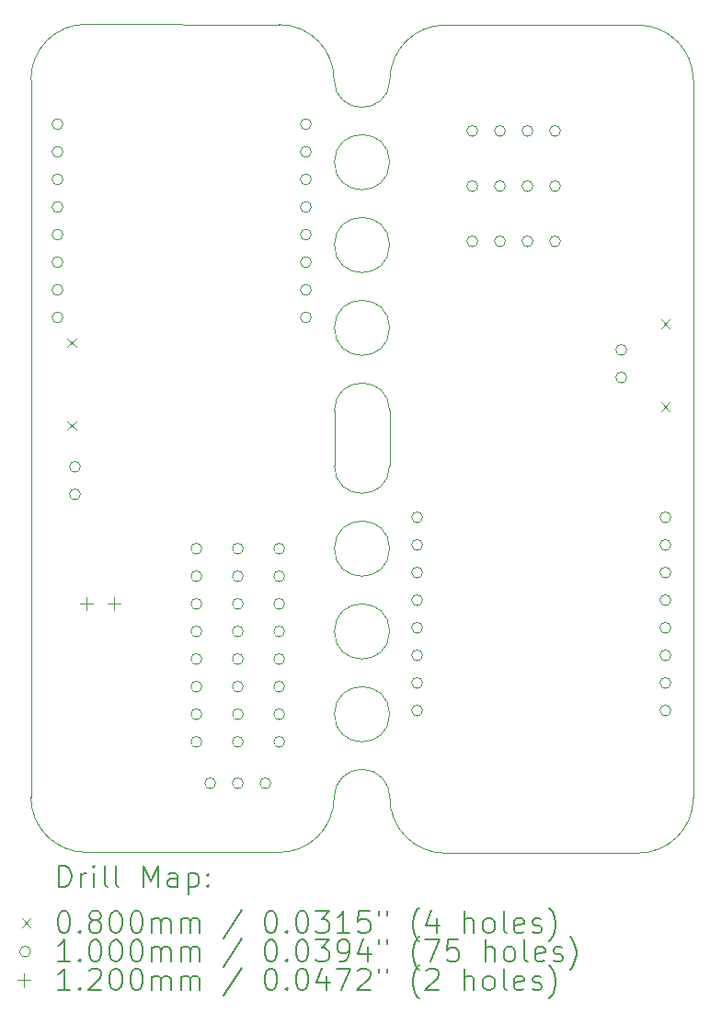
<source format=gbr>
%TF.GenerationSoftware,KiCad,Pcbnew,8.0.5*%
%TF.CreationDate,2024-11-16T12:50:35+01:00*%
%TF.ProjectId,esp8266-expansion-board,65737038-3236-4362-9d65-7870616e7369,rev?*%
%TF.SameCoordinates,Original*%
%TF.FileFunction,Drillmap*%
%TF.FilePolarity,Positive*%
%FSLAX45Y45*%
G04 Gerber Fmt 4.5, Leading zero omitted, Abs format (unit mm)*
G04 Created by KiCad (PCBNEW 8.0.5) date 2024-11-16 12:50:35*
%MOMM*%
%LPD*%
G01*
G04 APERTURE LIST*
%ADD10C,0.050000*%
%ADD11C,0.200000*%
%ADD12C,0.100000*%
%ADD13C,0.120000*%
G04 APERTURE END LIST*
D10*
X5842000Y-3810000D02*
G75*
G02*
X5334000Y-3810000I-254000J0D01*
G01*
X5334000Y-3810000D02*
G75*
G02*
X5842000Y-3810000I254000J0D01*
G01*
X5842000Y-4572000D02*
G75*
G02*
X5334000Y-4572000I-254000J0D01*
G01*
X5334000Y-4572000D02*
G75*
G02*
X5842000Y-4572000I254000J0D01*
G01*
X5842000Y-5334000D02*
G75*
G02*
X5334000Y-5334000I-254000J0D01*
G01*
X5334000Y-5334000D02*
G75*
G02*
X5842000Y-5334000I254000J0D01*
G01*
X5331421Y-9655601D02*
G75*
G02*
X4825928Y-10161058I-505493J36D01*
G01*
X6352482Y-10167929D02*
G75*
G02*
X5844481Y-9659929I-2J507999D01*
G01*
X4825928Y-2543565D02*
G75*
G02*
X5330422Y-3051593I72J-504435D01*
G01*
X5844482Y-3055929D02*
G75*
G02*
X6352482Y-2547932I507998J-1D01*
G01*
X5331421Y-9655601D02*
G75*
G02*
X5844482Y-9659929I256579J3601D01*
G01*
X8130482Y-10167929D02*
X6352482Y-10167929D01*
X3047927Y-2539915D02*
X4825928Y-2543565D01*
X8130482Y-2547929D02*
G75*
G02*
X8638481Y-3055929I-2J-508001D01*
G01*
X8638482Y-9659929D02*
G75*
G02*
X8130482Y-10167932I-508002J-1D01*
G01*
X8638481Y-3055929D02*
X8638482Y-9659929D01*
X6352482Y-2547929D02*
X8130482Y-2547929D01*
X5334000Y-6096000D02*
G75*
G02*
X5842000Y-6096000I254000J0D01*
G01*
X5842000Y-6604000D02*
G75*
G02*
X5334000Y-6604000I-254000J0D01*
G01*
X5842000Y-8128000D02*
G75*
G02*
X5334000Y-8128000I-254000J0D01*
G01*
X5334000Y-8128000D02*
G75*
G02*
X5842000Y-8128000I254000J0D01*
G01*
X5842000Y-6096000D02*
X5842000Y-6604000D01*
X5844482Y-3055929D02*
G75*
G02*
X5331421Y-3051601I-256482J7929D01*
G01*
X2539928Y-3051565D02*
G75*
G02*
X3047927Y-2539915I508072J3565D01*
G01*
X2539928Y-9655565D02*
X2539928Y-3051565D01*
X5842000Y-7366000D02*
G75*
G02*
X5334000Y-7366000I-254000J0D01*
G01*
X5334000Y-7366000D02*
G75*
G02*
X5842000Y-7366000I254000J0D01*
G01*
X5842000Y-8890000D02*
G75*
G02*
X5334000Y-8890000I-254000J0D01*
G01*
X5334000Y-8890000D02*
G75*
G02*
X5842000Y-8890000I254000J0D01*
G01*
X5334000Y-6096000D02*
X5334000Y-6604000D01*
X4825928Y-10161059D02*
X3048000Y-10160000D01*
X3048000Y-10160085D02*
G75*
G02*
X2539928Y-9655565I0J508085D01*
G01*
D11*
D12*
X2877808Y-5433019D02*
X2957808Y-5513019D01*
X2957808Y-5433019D02*
X2877808Y-5513019D01*
X2877808Y-6195019D02*
X2957808Y-6275019D01*
X2957808Y-6195019D02*
X2877808Y-6275019D01*
X8342000Y-5259319D02*
X8422000Y-5339319D01*
X8422000Y-5259319D02*
X8342000Y-5339319D01*
X8342000Y-6021319D02*
X8422000Y-6101319D01*
X8422000Y-6021319D02*
X8342000Y-6101319D01*
X2835485Y-3459348D02*
G75*
G02*
X2735485Y-3459348I-50000J0D01*
G01*
X2735485Y-3459348D02*
G75*
G02*
X2835485Y-3459348I50000J0D01*
G01*
X2835485Y-3713348D02*
G75*
G02*
X2735485Y-3713348I-50000J0D01*
G01*
X2735485Y-3713348D02*
G75*
G02*
X2835485Y-3713348I50000J0D01*
G01*
X2835485Y-3967348D02*
G75*
G02*
X2735485Y-3967348I-50000J0D01*
G01*
X2735485Y-3967348D02*
G75*
G02*
X2835485Y-3967348I50000J0D01*
G01*
X2835485Y-4221348D02*
G75*
G02*
X2735485Y-4221348I-50000J0D01*
G01*
X2735485Y-4221348D02*
G75*
G02*
X2835485Y-4221348I50000J0D01*
G01*
X2835485Y-4475348D02*
G75*
G02*
X2735485Y-4475348I-50000J0D01*
G01*
X2735485Y-4475348D02*
G75*
G02*
X2835485Y-4475348I50000J0D01*
G01*
X2835485Y-4729348D02*
G75*
G02*
X2735485Y-4729348I-50000J0D01*
G01*
X2735485Y-4729348D02*
G75*
G02*
X2835485Y-4729348I50000J0D01*
G01*
X2835485Y-4983348D02*
G75*
G02*
X2735485Y-4983348I-50000J0D01*
G01*
X2735485Y-4983348D02*
G75*
G02*
X2835485Y-4983348I50000J0D01*
G01*
X2835485Y-5237348D02*
G75*
G02*
X2735485Y-5237348I-50000J0D01*
G01*
X2735485Y-5237348D02*
G75*
G02*
X2835485Y-5237348I50000J0D01*
G01*
X2995532Y-6612765D02*
G75*
G02*
X2895532Y-6612765I-50000J0D01*
G01*
X2895532Y-6612765D02*
G75*
G02*
X2995532Y-6612765I50000J0D01*
G01*
X2995532Y-6866765D02*
G75*
G02*
X2895532Y-6866765I-50000J0D01*
G01*
X2895532Y-6866765D02*
G75*
G02*
X2995532Y-6866765I50000J0D01*
G01*
X4114000Y-7366000D02*
G75*
G02*
X4014000Y-7366000I-50000J0D01*
G01*
X4014000Y-7366000D02*
G75*
G02*
X4114000Y-7366000I50000J0D01*
G01*
X4114000Y-7620000D02*
G75*
G02*
X4014000Y-7620000I-50000J0D01*
G01*
X4014000Y-7620000D02*
G75*
G02*
X4114000Y-7620000I50000J0D01*
G01*
X4114000Y-7874000D02*
G75*
G02*
X4014000Y-7874000I-50000J0D01*
G01*
X4014000Y-7874000D02*
G75*
G02*
X4114000Y-7874000I50000J0D01*
G01*
X4114000Y-8128000D02*
G75*
G02*
X4014000Y-8128000I-50000J0D01*
G01*
X4014000Y-8128000D02*
G75*
G02*
X4114000Y-8128000I50000J0D01*
G01*
X4114000Y-8382000D02*
G75*
G02*
X4014000Y-8382000I-50000J0D01*
G01*
X4014000Y-8382000D02*
G75*
G02*
X4114000Y-8382000I50000J0D01*
G01*
X4114000Y-8636000D02*
G75*
G02*
X4014000Y-8636000I-50000J0D01*
G01*
X4014000Y-8636000D02*
G75*
G02*
X4114000Y-8636000I50000J0D01*
G01*
X4114000Y-8890000D02*
G75*
G02*
X4014000Y-8890000I-50000J0D01*
G01*
X4014000Y-8890000D02*
G75*
G02*
X4114000Y-8890000I50000J0D01*
G01*
X4114000Y-9144000D02*
G75*
G02*
X4014000Y-9144000I-50000J0D01*
G01*
X4014000Y-9144000D02*
G75*
G02*
X4114000Y-9144000I50000J0D01*
G01*
X4241000Y-9525000D02*
G75*
G02*
X4141000Y-9525000I-50000J0D01*
G01*
X4141000Y-9525000D02*
G75*
G02*
X4241000Y-9525000I50000J0D01*
G01*
X4495000Y-7366000D02*
G75*
G02*
X4395000Y-7366000I-50000J0D01*
G01*
X4395000Y-7366000D02*
G75*
G02*
X4495000Y-7366000I50000J0D01*
G01*
X4495000Y-7620000D02*
G75*
G02*
X4395000Y-7620000I-50000J0D01*
G01*
X4395000Y-7620000D02*
G75*
G02*
X4495000Y-7620000I50000J0D01*
G01*
X4495000Y-7874000D02*
G75*
G02*
X4395000Y-7874000I-50000J0D01*
G01*
X4395000Y-7874000D02*
G75*
G02*
X4495000Y-7874000I50000J0D01*
G01*
X4495000Y-8128000D02*
G75*
G02*
X4395000Y-8128000I-50000J0D01*
G01*
X4395000Y-8128000D02*
G75*
G02*
X4495000Y-8128000I50000J0D01*
G01*
X4495000Y-8382000D02*
G75*
G02*
X4395000Y-8382000I-50000J0D01*
G01*
X4395000Y-8382000D02*
G75*
G02*
X4495000Y-8382000I50000J0D01*
G01*
X4495000Y-8636000D02*
G75*
G02*
X4395000Y-8636000I-50000J0D01*
G01*
X4395000Y-8636000D02*
G75*
G02*
X4495000Y-8636000I50000J0D01*
G01*
X4495000Y-8890000D02*
G75*
G02*
X4395000Y-8890000I-50000J0D01*
G01*
X4395000Y-8890000D02*
G75*
G02*
X4495000Y-8890000I50000J0D01*
G01*
X4495000Y-9144000D02*
G75*
G02*
X4395000Y-9144000I-50000J0D01*
G01*
X4395000Y-9144000D02*
G75*
G02*
X4495000Y-9144000I50000J0D01*
G01*
X4495000Y-9525000D02*
G75*
G02*
X4395000Y-9525000I-50000J0D01*
G01*
X4395000Y-9525000D02*
G75*
G02*
X4495000Y-9525000I50000J0D01*
G01*
X4749000Y-9525000D02*
G75*
G02*
X4649000Y-9525000I-50000J0D01*
G01*
X4649000Y-9525000D02*
G75*
G02*
X4749000Y-9525000I50000J0D01*
G01*
X4876000Y-7366000D02*
G75*
G02*
X4776000Y-7366000I-50000J0D01*
G01*
X4776000Y-7366000D02*
G75*
G02*
X4876000Y-7366000I50000J0D01*
G01*
X4876000Y-7620000D02*
G75*
G02*
X4776000Y-7620000I-50000J0D01*
G01*
X4776000Y-7620000D02*
G75*
G02*
X4876000Y-7620000I50000J0D01*
G01*
X4876000Y-7874000D02*
G75*
G02*
X4776000Y-7874000I-50000J0D01*
G01*
X4776000Y-7874000D02*
G75*
G02*
X4876000Y-7874000I50000J0D01*
G01*
X4876000Y-8128000D02*
G75*
G02*
X4776000Y-8128000I-50000J0D01*
G01*
X4776000Y-8128000D02*
G75*
G02*
X4876000Y-8128000I50000J0D01*
G01*
X4876000Y-8382000D02*
G75*
G02*
X4776000Y-8382000I-50000J0D01*
G01*
X4776000Y-8382000D02*
G75*
G02*
X4876000Y-8382000I50000J0D01*
G01*
X4876000Y-8636000D02*
G75*
G02*
X4776000Y-8636000I-50000J0D01*
G01*
X4776000Y-8636000D02*
G75*
G02*
X4876000Y-8636000I50000J0D01*
G01*
X4876000Y-8890000D02*
G75*
G02*
X4776000Y-8890000I-50000J0D01*
G01*
X4776000Y-8890000D02*
G75*
G02*
X4876000Y-8890000I50000J0D01*
G01*
X4876000Y-9144000D02*
G75*
G02*
X4776000Y-9144000I-50000J0D01*
G01*
X4776000Y-9144000D02*
G75*
G02*
X4876000Y-9144000I50000J0D01*
G01*
X5121485Y-3459348D02*
G75*
G02*
X5021485Y-3459348I-50000J0D01*
G01*
X5021485Y-3459348D02*
G75*
G02*
X5121485Y-3459348I50000J0D01*
G01*
X5121485Y-3713348D02*
G75*
G02*
X5021485Y-3713348I-50000J0D01*
G01*
X5021485Y-3713348D02*
G75*
G02*
X5121485Y-3713348I50000J0D01*
G01*
X5121485Y-3967348D02*
G75*
G02*
X5021485Y-3967348I-50000J0D01*
G01*
X5021485Y-3967348D02*
G75*
G02*
X5121485Y-3967348I50000J0D01*
G01*
X5121485Y-4221348D02*
G75*
G02*
X5021485Y-4221348I-50000J0D01*
G01*
X5021485Y-4221348D02*
G75*
G02*
X5121485Y-4221348I50000J0D01*
G01*
X5121485Y-4475348D02*
G75*
G02*
X5021485Y-4475348I-50000J0D01*
G01*
X5021485Y-4475348D02*
G75*
G02*
X5121485Y-4475348I50000J0D01*
G01*
X5121485Y-4729348D02*
G75*
G02*
X5021485Y-4729348I-50000J0D01*
G01*
X5021485Y-4729348D02*
G75*
G02*
X5121485Y-4729348I50000J0D01*
G01*
X5121485Y-4983348D02*
G75*
G02*
X5021485Y-4983348I-50000J0D01*
G01*
X5021485Y-4983348D02*
G75*
G02*
X5121485Y-4983348I50000J0D01*
G01*
X5121485Y-5237348D02*
G75*
G02*
X5021485Y-5237348I-50000J0D01*
G01*
X5021485Y-5237348D02*
G75*
G02*
X5121485Y-5237348I50000J0D01*
G01*
X6146000Y-7077319D02*
G75*
G02*
X6046000Y-7077319I-50000J0D01*
G01*
X6046000Y-7077319D02*
G75*
G02*
X6146000Y-7077319I50000J0D01*
G01*
X6146000Y-7331319D02*
G75*
G02*
X6046000Y-7331319I-50000J0D01*
G01*
X6046000Y-7331319D02*
G75*
G02*
X6146000Y-7331319I50000J0D01*
G01*
X6146000Y-7585319D02*
G75*
G02*
X6046000Y-7585319I-50000J0D01*
G01*
X6046000Y-7585319D02*
G75*
G02*
X6146000Y-7585319I50000J0D01*
G01*
X6146000Y-7839319D02*
G75*
G02*
X6046000Y-7839319I-50000J0D01*
G01*
X6046000Y-7839319D02*
G75*
G02*
X6146000Y-7839319I50000J0D01*
G01*
X6146000Y-8093319D02*
G75*
G02*
X6046000Y-8093319I-50000J0D01*
G01*
X6046000Y-8093319D02*
G75*
G02*
X6146000Y-8093319I50000J0D01*
G01*
X6146000Y-8347319D02*
G75*
G02*
X6046000Y-8347319I-50000J0D01*
G01*
X6046000Y-8347319D02*
G75*
G02*
X6146000Y-8347319I50000J0D01*
G01*
X6146000Y-8601319D02*
G75*
G02*
X6046000Y-8601319I-50000J0D01*
G01*
X6046000Y-8601319D02*
G75*
G02*
X6146000Y-8601319I50000J0D01*
G01*
X6146000Y-8855319D02*
G75*
G02*
X6046000Y-8855319I-50000J0D01*
G01*
X6046000Y-8855319D02*
G75*
G02*
X6146000Y-8855319I50000J0D01*
G01*
X6654000Y-3521319D02*
G75*
G02*
X6554000Y-3521319I-50000J0D01*
G01*
X6554000Y-3521319D02*
G75*
G02*
X6654000Y-3521319I50000J0D01*
G01*
X6654000Y-4029319D02*
G75*
G02*
X6554000Y-4029319I-50000J0D01*
G01*
X6554000Y-4029319D02*
G75*
G02*
X6654000Y-4029319I50000J0D01*
G01*
X6654000Y-4537319D02*
G75*
G02*
X6554000Y-4537319I-50000J0D01*
G01*
X6554000Y-4537319D02*
G75*
G02*
X6654000Y-4537319I50000J0D01*
G01*
X6908000Y-3521319D02*
G75*
G02*
X6808000Y-3521319I-50000J0D01*
G01*
X6808000Y-3521319D02*
G75*
G02*
X6908000Y-3521319I50000J0D01*
G01*
X6908000Y-4029319D02*
G75*
G02*
X6808000Y-4029319I-50000J0D01*
G01*
X6808000Y-4029319D02*
G75*
G02*
X6908000Y-4029319I50000J0D01*
G01*
X6908000Y-4537319D02*
G75*
G02*
X6808000Y-4537319I-50000J0D01*
G01*
X6808000Y-4537319D02*
G75*
G02*
X6908000Y-4537319I50000J0D01*
G01*
X7162000Y-3521319D02*
G75*
G02*
X7062000Y-3521319I-50000J0D01*
G01*
X7062000Y-3521319D02*
G75*
G02*
X7162000Y-3521319I50000J0D01*
G01*
X7162000Y-4029319D02*
G75*
G02*
X7062000Y-4029319I-50000J0D01*
G01*
X7062000Y-4029319D02*
G75*
G02*
X7162000Y-4029319I50000J0D01*
G01*
X7162000Y-4537319D02*
G75*
G02*
X7062000Y-4537319I-50000J0D01*
G01*
X7062000Y-4537319D02*
G75*
G02*
X7162000Y-4537319I50000J0D01*
G01*
X7416000Y-3521319D02*
G75*
G02*
X7316000Y-3521319I-50000J0D01*
G01*
X7316000Y-3521319D02*
G75*
G02*
X7416000Y-3521319I50000J0D01*
G01*
X7416000Y-4029319D02*
G75*
G02*
X7316000Y-4029319I-50000J0D01*
G01*
X7316000Y-4029319D02*
G75*
G02*
X7416000Y-4029319I50000J0D01*
G01*
X7416000Y-4537319D02*
G75*
G02*
X7316000Y-4537319I-50000J0D01*
G01*
X7316000Y-4537319D02*
G75*
G02*
X7416000Y-4537319I50000J0D01*
G01*
X8025177Y-5536794D02*
G75*
G02*
X7925177Y-5536794I-50000J0D01*
G01*
X7925177Y-5536794D02*
G75*
G02*
X8025177Y-5536794I50000J0D01*
G01*
X8025177Y-5790794D02*
G75*
G02*
X7925177Y-5790794I-50000J0D01*
G01*
X7925177Y-5790794D02*
G75*
G02*
X8025177Y-5790794I50000J0D01*
G01*
X8432000Y-7077319D02*
G75*
G02*
X8332000Y-7077319I-50000J0D01*
G01*
X8332000Y-7077319D02*
G75*
G02*
X8432000Y-7077319I50000J0D01*
G01*
X8432000Y-7331319D02*
G75*
G02*
X8332000Y-7331319I-50000J0D01*
G01*
X8332000Y-7331319D02*
G75*
G02*
X8432000Y-7331319I50000J0D01*
G01*
X8432000Y-7585319D02*
G75*
G02*
X8332000Y-7585319I-50000J0D01*
G01*
X8332000Y-7585319D02*
G75*
G02*
X8432000Y-7585319I50000J0D01*
G01*
X8432000Y-7839319D02*
G75*
G02*
X8332000Y-7839319I-50000J0D01*
G01*
X8332000Y-7839319D02*
G75*
G02*
X8432000Y-7839319I50000J0D01*
G01*
X8432000Y-8093319D02*
G75*
G02*
X8332000Y-8093319I-50000J0D01*
G01*
X8332000Y-8093319D02*
G75*
G02*
X8432000Y-8093319I50000J0D01*
G01*
X8432000Y-8347319D02*
G75*
G02*
X8332000Y-8347319I-50000J0D01*
G01*
X8332000Y-8347319D02*
G75*
G02*
X8432000Y-8347319I50000J0D01*
G01*
X8432000Y-8601319D02*
G75*
G02*
X8332000Y-8601319I-50000J0D01*
G01*
X8332000Y-8601319D02*
G75*
G02*
X8432000Y-8601319I50000J0D01*
G01*
X8432000Y-8855319D02*
G75*
G02*
X8332000Y-8855319I-50000J0D01*
G01*
X8332000Y-8855319D02*
G75*
G02*
X8432000Y-8855319I50000J0D01*
G01*
D13*
X3048000Y-7814000D02*
X3048000Y-7934000D01*
X2988000Y-7874000D02*
X3108000Y-7874000D01*
X3302000Y-7814000D02*
X3302000Y-7934000D01*
X3242000Y-7874000D02*
X3362000Y-7874000D01*
D11*
X2798192Y-10481913D02*
X2798192Y-10281913D01*
X2798192Y-10281913D02*
X2845811Y-10281913D01*
X2845811Y-10281913D02*
X2874383Y-10291437D01*
X2874383Y-10291437D02*
X2893430Y-10310484D01*
X2893430Y-10310484D02*
X2902954Y-10329532D01*
X2902954Y-10329532D02*
X2912478Y-10367627D01*
X2912478Y-10367627D02*
X2912478Y-10396199D01*
X2912478Y-10396199D02*
X2902954Y-10434294D01*
X2902954Y-10434294D02*
X2893430Y-10453341D01*
X2893430Y-10453341D02*
X2874383Y-10472389D01*
X2874383Y-10472389D02*
X2845811Y-10481913D01*
X2845811Y-10481913D02*
X2798192Y-10481913D01*
X2998192Y-10481913D02*
X2998192Y-10348579D01*
X2998192Y-10386675D02*
X3007716Y-10367627D01*
X3007716Y-10367627D02*
X3017240Y-10358103D01*
X3017240Y-10358103D02*
X3036287Y-10348579D01*
X3036287Y-10348579D02*
X3055335Y-10348579D01*
X3122002Y-10481913D02*
X3122002Y-10348579D01*
X3122002Y-10281913D02*
X3112478Y-10291437D01*
X3112478Y-10291437D02*
X3122002Y-10300960D01*
X3122002Y-10300960D02*
X3131525Y-10291437D01*
X3131525Y-10291437D02*
X3122002Y-10281913D01*
X3122002Y-10281913D02*
X3122002Y-10300960D01*
X3245811Y-10481913D02*
X3226764Y-10472389D01*
X3226764Y-10472389D02*
X3217240Y-10453341D01*
X3217240Y-10453341D02*
X3217240Y-10281913D01*
X3350573Y-10481913D02*
X3331525Y-10472389D01*
X3331525Y-10472389D02*
X3322002Y-10453341D01*
X3322002Y-10453341D02*
X3322002Y-10281913D01*
X3579145Y-10481913D02*
X3579145Y-10281913D01*
X3579145Y-10281913D02*
X3645811Y-10424770D01*
X3645811Y-10424770D02*
X3712478Y-10281913D01*
X3712478Y-10281913D02*
X3712478Y-10481913D01*
X3893430Y-10481913D02*
X3893430Y-10377151D01*
X3893430Y-10377151D02*
X3883906Y-10358103D01*
X3883906Y-10358103D02*
X3864859Y-10348579D01*
X3864859Y-10348579D02*
X3826764Y-10348579D01*
X3826764Y-10348579D02*
X3807716Y-10358103D01*
X3893430Y-10472389D02*
X3874383Y-10481913D01*
X3874383Y-10481913D02*
X3826764Y-10481913D01*
X3826764Y-10481913D02*
X3807716Y-10472389D01*
X3807716Y-10472389D02*
X3798192Y-10453341D01*
X3798192Y-10453341D02*
X3798192Y-10434294D01*
X3798192Y-10434294D02*
X3807716Y-10415246D01*
X3807716Y-10415246D02*
X3826764Y-10405722D01*
X3826764Y-10405722D02*
X3874383Y-10405722D01*
X3874383Y-10405722D02*
X3893430Y-10396199D01*
X3988668Y-10348579D02*
X3988668Y-10548579D01*
X3988668Y-10358103D02*
X4007716Y-10348579D01*
X4007716Y-10348579D02*
X4045811Y-10348579D01*
X4045811Y-10348579D02*
X4064859Y-10358103D01*
X4064859Y-10358103D02*
X4074383Y-10367627D01*
X4074383Y-10367627D02*
X4083906Y-10386675D01*
X4083906Y-10386675D02*
X4083906Y-10443818D01*
X4083906Y-10443818D02*
X4074383Y-10462865D01*
X4074383Y-10462865D02*
X4064859Y-10472389D01*
X4064859Y-10472389D02*
X4045811Y-10481913D01*
X4045811Y-10481913D02*
X4007716Y-10481913D01*
X4007716Y-10481913D02*
X3988668Y-10472389D01*
X4169621Y-10462865D02*
X4179145Y-10472389D01*
X4179145Y-10472389D02*
X4169621Y-10481913D01*
X4169621Y-10481913D02*
X4160097Y-10472389D01*
X4160097Y-10472389D02*
X4169621Y-10462865D01*
X4169621Y-10462865D02*
X4169621Y-10481913D01*
X4169621Y-10358103D02*
X4179145Y-10367627D01*
X4179145Y-10367627D02*
X4169621Y-10377151D01*
X4169621Y-10377151D02*
X4160097Y-10367627D01*
X4160097Y-10367627D02*
X4169621Y-10358103D01*
X4169621Y-10358103D02*
X4169621Y-10377151D01*
D12*
X2457415Y-10770429D02*
X2537415Y-10850429D01*
X2537415Y-10770429D02*
X2457415Y-10850429D01*
D11*
X2836287Y-10701913D02*
X2855335Y-10701913D01*
X2855335Y-10701913D02*
X2874383Y-10711437D01*
X2874383Y-10711437D02*
X2883906Y-10720960D01*
X2883906Y-10720960D02*
X2893430Y-10740008D01*
X2893430Y-10740008D02*
X2902954Y-10778103D01*
X2902954Y-10778103D02*
X2902954Y-10825722D01*
X2902954Y-10825722D02*
X2893430Y-10863818D01*
X2893430Y-10863818D02*
X2883906Y-10882865D01*
X2883906Y-10882865D02*
X2874383Y-10892389D01*
X2874383Y-10892389D02*
X2855335Y-10901913D01*
X2855335Y-10901913D02*
X2836287Y-10901913D01*
X2836287Y-10901913D02*
X2817240Y-10892389D01*
X2817240Y-10892389D02*
X2807716Y-10882865D01*
X2807716Y-10882865D02*
X2798192Y-10863818D01*
X2798192Y-10863818D02*
X2788668Y-10825722D01*
X2788668Y-10825722D02*
X2788668Y-10778103D01*
X2788668Y-10778103D02*
X2798192Y-10740008D01*
X2798192Y-10740008D02*
X2807716Y-10720960D01*
X2807716Y-10720960D02*
X2817240Y-10711437D01*
X2817240Y-10711437D02*
X2836287Y-10701913D01*
X2988668Y-10882865D02*
X2998192Y-10892389D01*
X2998192Y-10892389D02*
X2988668Y-10901913D01*
X2988668Y-10901913D02*
X2979145Y-10892389D01*
X2979145Y-10892389D02*
X2988668Y-10882865D01*
X2988668Y-10882865D02*
X2988668Y-10901913D01*
X3112478Y-10787627D02*
X3093430Y-10778103D01*
X3093430Y-10778103D02*
X3083906Y-10768579D01*
X3083906Y-10768579D02*
X3074383Y-10749532D01*
X3074383Y-10749532D02*
X3074383Y-10740008D01*
X3074383Y-10740008D02*
X3083906Y-10720960D01*
X3083906Y-10720960D02*
X3093430Y-10711437D01*
X3093430Y-10711437D02*
X3112478Y-10701913D01*
X3112478Y-10701913D02*
X3150573Y-10701913D01*
X3150573Y-10701913D02*
X3169621Y-10711437D01*
X3169621Y-10711437D02*
X3179145Y-10720960D01*
X3179145Y-10720960D02*
X3188668Y-10740008D01*
X3188668Y-10740008D02*
X3188668Y-10749532D01*
X3188668Y-10749532D02*
X3179145Y-10768579D01*
X3179145Y-10768579D02*
X3169621Y-10778103D01*
X3169621Y-10778103D02*
X3150573Y-10787627D01*
X3150573Y-10787627D02*
X3112478Y-10787627D01*
X3112478Y-10787627D02*
X3093430Y-10797151D01*
X3093430Y-10797151D02*
X3083906Y-10806675D01*
X3083906Y-10806675D02*
X3074383Y-10825722D01*
X3074383Y-10825722D02*
X3074383Y-10863818D01*
X3074383Y-10863818D02*
X3083906Y-10882865D01*
X3083906Y-10882865D02*
X3093430Y-10892389D01*
X3093430Y-10892389D02*
X3112478Y-10901913D01*
X3112478Y-10901913D02*
X3150573Y-10901913D01*
X3150573Y-10901913D02*
X3169621Y-10892389D01*
X3169621Y-10892389D02*
X3179145Y-10882865D01*
X3179145Y-10882865D02*
X3188668Y-10863818D01*
X3188668Y-10863818D02*
X3188668Y-10825722D01*
X3188668Y-10825722D02*
X3179145Y-10806675D01*
X3179145Y-10806675D02*
X3169621Y-10797151D01*
X3169621Y-10797151D02*
X3150573Y-10787627D01*
X3312478Y-10701913D02*
X3331526Y-10701913D01*
X3331526Y-10701913D02*
X3350573Y-10711437D01*
X3350573Y-10711437D02*
X3360097Y-10720960D01*
X3360097Y-10720960D02*
X3369621Y-10740008D01*
X3369621Y-10740008D02*
X3379145Y-10778103D01*
X3379145Y-10778103D02*
X3379145Y-10825722D01*
X3379145Y-10825722D02*
X3369621Y-10863818D01*
X3369621Y-10863818D02*
X3360097Y-10882865D01*
X3360097Y-10882865D02*
X3350573Y-10892389D01*
X3350573Y-10892389D02*
X3331526Y-10901913D01*
X3331526Y-10901913D02*
X3312478Y-10901913D01*
X3312478Y-10901913D02*
X3293430Y-10892389D01*
X3293430Y-10892389D02*
X3283906Y-10882865D01*
X3283906Y-10882865D02*
X3274383Y-10863818D01*
X3274383Y-10863818D02*
X3264859Y-10825722D01*
X3264859Y-10825722D02*
X3264859Y-10778103D01*
X3264859Y-10778103D02*
X3274383Y-10740008D01*
X3274383Y-10740008D02*
X3283906Y-10720960D01*
X3283906Y-10720960D02*
X3293430Y-10711437D01*
X3293430Y-10711437D02*
X3312478Y-10701913D01*
X3502954Y-10701913D02*
X3522002Y-10701913D01*
X3522002Y-10701913D02*
X3541049Y-10711437D01*
X3541049Y-10711437D02*
X3550573Y-10720960D01*
X3550573Y-10720960D02*
X3560097Y-10740008D01*
X3560097Y-10740008D02*
X3569621Y-10778103D01*
X3569621Y-10778103D02*
X3569621Y-10825722D01*
X3569621Y-10825722D02*
X3560097Y-10863818D01*
X3560097Y-10863818D02*
X3550573Y-10882865D01*
X3550573Y-10882865D02*
X3541049Y-10892389D01*
X3541049Y-10892389D02*
X3522002Y-10901913D01*
X3522002Y-10901913D02*
X3502954Y-10901913D01*
X3502954Y-10901913D02*
X3483906Y-10892389D01*
X3483906Y-10892389D02*
X3474383Y-10882865D01*
X3474383Y-10882865D02*
X3464859Y-10863818D01*
X3464859Y-10863818D02*
X3455335Y-10825722D01*
X3455335Y-10825722D02*
X3455335Y-10778103D01*
X3455335Y-10778103D02*
X3464859Y-10740008D01*
X3464859Y-10740008D02*
X3474383Y-10720960D01*
X3474383Y-10720960D02*
X3483906Y-10711437D01*
X3483906Y-10711437D02*
X3502954Y-10701913D01*
X3655335Y-10901913D02*
X3655335Y-10768579D01*
X3655335Y-10787627D02*
X3664859Y-10778103D01*
X3664859Y-10778103D02*
X3683906Y-10768579D01*
X3683906Y-10768579D02*
X3712478Y-10768579D01*
X3712478Y-10768579D02*
X3731526Y-10778103D01*
X3731526Y-10778103D02*
X3741049Y-10797151D01*
X3741049Y-10797151D02*
X3741049Y-10901913D01*
X3741049Y-10797151D02*
X3750573Y-10778103D01*
X3750573Y-10778103D02*
X3769621Y-10768579D01*
X3769621Y-10768579D02*
X3798192Y-10768579D01*
X3798192Y-10768579D02*
X3817240Y-10778103D01*
X3817240Y-10778103D02*
X3826764Y-10797151D01*
X3826764Y-10797151D02*
X3826764Y-10901913D01*
X3922002Y-10901913D02*
X3922002Y-10768579D01*
X3922002Y-10787627D02*
X3931526Y-10778103D01*
X3931526Y-10778103D02*
X3950573Y-10768579D01*
X3950573Y-10768579D02*
X3979145Y-10768579D01*
X3979145Y-10768579D02*
X3998192Y-10778103D01*
X3998192Y-10778103D02*
X4007716Y-10797151D01*
X4007716Y-10797151D02*
X4007716Y-10901913D01*
X4007716Y-10797151D02*
X4017240Y-10778103D01*
X4017240Y-10778103D02*
X4036287Y-10768579D01*
X4036287Y-10768579D02*
X4064859Y-10768579D01*
X4064859Y-10768579D02*
X4083907Y-10778103D01*
X4083907Y-10778103D02*
X4093430Y-10797151D01*
X4093430Y-10797151D02*
X4093430Y-10901913D01*
X4483907Y-10692389D02*
X4312478Y-10949532D01*
X4741050Y-10701913D02*
X4760097Y-10701913D01*
X4760097Y-10701913D02*
X4779145Y-10711437D01*
X4779145Y-10711437D02*
X4788669Y-10720960D01*
X4788669Y-10720960D02*
X4798192Y-10740008D01*
X4798192Y-10740008D02*
X4807716Y-10778103D01*
X4807716Y-10778103D02*
X4807716Y-10825722D01*
X4807716Y-10825722D02*
X4798192Y-10863818D01*
X4798192Y-10863818D02*
X4788669Y-10882865D01*
X4788669Y-10882865D02*
X4779145Y-10892389D01*
X4779145Y-10892389D02*
X4760097Y-10901913D01*
X4760097Y-10901913D02*
X4741050Y-10901913D01*
X4741050Y-10901913D02*
X4722002Y-10892389D01*
X4722002Y-10892389D02*
X4712478Y-10882865D01*
X4712478Y-10882865D02*
X4702954Y-10863818D01*
X4702954Y-10863818D02*
X4693431Y-10825722D01*
X4693431Y-10825722D02*
X4693431Y-10778103D01*
X4693431Y-10778103D02*
X4702954Y-10740008D01*
X4702954Y-10740008D02*
X4712478Y-10720960D01*
X4712478Y-10720960D02*
X4722002Y-10711437D01*
X4722002Y-10711437D02*
X4741050Y-10701913D01*
X4893431Y-10882865D02*
X4902954Y-10892389D01*
X4902954Y-10892389D02*
X4893431Y-10901913D01*
X4893431Y-10901913D02*
X4883907Y-10892389D01*
X4883907Y-10892389D02*
X4893431Y-10882865D01*
X4893431Y-10882865D02*
X4893431Y-10901913D01*
X5026764Y-10701913D02*
X5045812Y-10701913D01*
X5045812Y-10701913D02*
X5064859Y-10711437D01*
X5064859Y-10711437D02*
X5074383Y-10720960D01*
X5074383Y-10720960D02*
X5083907Y-10740008D01*
X5083907Y-10740008D02*
X5093431Y-10778103D01*
X5093431Y-10778103D02*
X5093431Y-10825722D01*
X5093431Y-10825722D02*
X5083907Y-10863818D01*
X5083907Y-10863818D02*
X5074383Y-10882865D01*
X5074383Y-10882865D02*
X5064859Y-10892389D01*
X5064859Y-10892389D02*
X5045812Y-10901913D01*
X5045812Y-10901913D02*
X5026764Y-10901913D01*
X5026764Y-10901913D02*
X5007716Y-10892389D01*
X5007716Y-10892389D02*
X4998192Y-10882865D01*
X4998192Y-10882865D02*
X4988669Y-10863818D01*
X4988669Y-10863818D02*
X4979145Y-10825722D01*
X4979145Y-10825722D02*
X4979145Y-10778103D01*
X4979145Y-10778103D02*
X4988669Y-10740008D01*
X4988669Y-10740008D02*
X4998192Y-10720960D01*
X4998192Y-10720960D02*
X5007716Y-10711437D01*
X5007716Y-10711437D02*
X5026764Y-10701913D01*
X5160097Y-10701913D02*
X5283907Y-10701913D01*
X5283907Y-10701913D02*
X5217240Y-10778103D01*
X5217240Y-10778103D02*
X5245812Y-10778103D01*
X5245812Y-10778103D02*
X5264859Y-10787627D01*
X5264859Y-10787627D02*
X5274383Y-10797151D01*
X5274383Y-10797151D02*
X5283907Y-10816199D01*
X5283907Y-10816199D02*
X5283907Y-10863818D01*
X5283907Y-10863818D02*
X5274383Y-10882865D01*
X5274383Y-10882865D02*
X5264859Y-10892389D01*
X5264859Y-10892389D02*
X5245812Y-10901913D01*
X5245812Y-10901913D02*
X5188669Y-10901913D01*
X5188669Y-10901913D02*
X5169621Y-10892389D01*
X5169621Y-10892389D02*
X5160097Y-10882865D01*
X5474383Y-10901913D02*
X5360097Y-10901913D01*
X5417240Y-10901913D02*
X5417240Y-10701913D01*
X5417240Y-10701913D02*
X5398192Y-10730484D01*
X5398192Y-10730484D02*
X5379145Y-10749532D01*
X5379145Y-10749532D02*
X5360097Y-10759056D01*
X5655335Y-10701913D02*
X5560097Y-10701913D01*
X5560097Y-10701913D02*
X5550573Y-10797151D01*
X5550573Y-10797151D02*
X5560097Y-10787627D01*
X5560097Y-10787627D02*
X5579145Y-10778103D01*
X5579145Y-10778103D02*
X5626764Y-10778103D01*
X5626764Y-10778103D02*
X5645811Y-10787627D01*
X5645811Y-10787627D02*
X5655335Y-10797151D01*
X5655335Y-10797151D02*
X5664859Y-10816199D01*
X5664859Y-10816199D02*
X5664859Y-10863818D01*
X5664859Y-10863818D02*
X5655335Y-10882865D01*
X5655335Y-10882865D02*
X5645811Y-10892389D01*
X5645811Y-10892389D02*
X5626764Y-10901913D01*
X5626764Y-10901913D02*
X5579145Y-10901913D01*
X5579145Y-10901913D02*
X5560097Y-10892389D01*
X5560097Y-10892389D02*
X5550573Y-10882865D01*
X5741050Y-10701913D02*
X5741050Y-10740008D01*
X5817240Y-10701913D02*
X5817240Y-10740008D01*
X6112478Y-10978103D02*
X6102954Y-10968579D01*
X6102954Y-10968579D02*
X6083907Y-10940008D01*
X6083907Y-10940008D02*
X6074383Y-10920960D01*
X6074383Y-10920960D02*
X6064859Y-10892389D01*
X6064859Y-10892389D02*
X6055335Y-10844770D01*
X6055335Y-10844770D02*
X6055335Y-10806675D01*
X6055335Y-10806675D02*
X6064859Y-10759056D01*
X6064859Y-10759056D02*
X6074383Y-10730484D01*
X6074383Y-10730484D02*
X6083907Y-10711437D01*
X6083907Y-10711437D02*
X6102954Y-10682865D01*
X6102954Y-10682865D02*
X6112478Y-10673341D01*
X6274383Y-10768579D02*
X6274383Y-10901913D01*
X6226764Y-10692389D02*
X6179145Y-10835246D01*
X6179145Y-10835246D02*
X6302954Y-10835246D01*
X6531526Y-10901913D02*
X6531526Y-10701913D01*
X6617240Y-10901913D02*
X6617240Y-10797151D01*
X6617240Y-10797151D02*
X6607716Y-10778103D01*
X6607716Y-10778103D02*
X6588669Y-10768579D01*
X6588669Y-10768579D02*
X6560097Y-10768579D01*
X6560097Y-10768579D02*
X6541050Y-10778103D01*
X6541050Y-10778103D02*
X6531526Y-10787627D01*
X6741050Y-10901913D02*
X6722002Y-10892389D01*
X6722002Y-10892389D02*
X6712478Y-10882865D01*
X6712478Y-10882865D02*
X6702954Y-10863818D01*
X6702954Y-10863818D02*
X6702954Y-10806675D01*
X6702954Y-10806675D02*
X6712478Y-10787627D01*
X6712478Y-10787627D02*
X6722002Y-10778103D01*
X6722002Y-10778103D02*
X6741050Y-10768579D01*
X6741050Y-10768579D02*
X6769621Y-10768579D01*
X6769621Y-10768579D02*
X6788669Y-10778103D01*
X6788669Y-10778103D02*
X6798193Y-10787627D01*
X6798193Y-10787627D02*
X6807716Y-10806675D01*
X6807716Y-10806675D02*
X6807716Y-10863818D01*
X6807716Y-10863818D02*
X6798193Y-10882865D01*
X6798193Y-10882865D02*
X6788669Y-10892389D01*
X6788669Y-10892389D02*
X6769621Y-10901913D01*
X6769621Y-10901913D02*
X6741050Y-10901913D01*
X6922002Y-10901913D02*
X6902954Y-10892389D01*
X6902954Y-10892389D02*
X6893431Y-10873341D01*
X6893431Y-10873341D02*
X6893431Y-10701913D01*
X7074383Y-10892389D02*
X7055335Y-10901913D01*
X7055335Y-10901913D02*
X7017240Y-10901913D01*
X7017240Y-10901913D02*
X6998193Y-10892389D01*
X6998193Y-10892389D02*
X6988669Y-10873341D01*
X6988669Y-10873341D02*
X6988669Y-10797151D01*
X6988669Y-10797151D02*
X6998193Y-10778103D01*
X6998193Y-10778103D02*
X7017240Y-10768579D01*
X7017240Y-10768579D02*
X7055335Y-10768579D01*
X7055335Y-10768579D02*
X7074383Y-10778103D01*
X7074383Y-10778103D02*
X7083907Y-10797151D01*
X7083907Y-10797151D02*
X7083907Y-10816199D01*
X7083907Y-10816199D02*
X6988669Y-10835246D01*
X7160097Y-10892389D02*
X7179145Y-10901913D01*
X7179145Y-10901913D02*
X7217240Y-10901913D01*
X7217240Y-10901913D02*
X7236288Y-10892389D01*
X7236288Y-10892389D02*
X7245812Y-10873341D01*
X7245812Y-10873341D02*
X7245812Y-10863818D01*
X7245812Y-10863818D02*
X7236288Y-10844770D01*
X7236288Y-10844770D02*
X7217240Y-10835246D01*
X7217240Y-10835246D02*
X7188669Y-10835246D01*
X7188669Y-10835246D02*
X7169621Y-10825722D01*
X7169621Y-10825722D02*
X7160097Y-10806675D01*
X7160097Y-10806675D02*
X7160097Y-10797151D01*
X7160097Y-10797151D02*
X7169621Y-10778103D01*
X7169621Y-10778103D02*
X7188669Y-10768579D01*
X7188669Y-10768579D02*
X7217240Y-10768579D01*
X7217240Y-10768579D02*
X7236288Y-10778103D01*
X7312478Y-10978103D02*
X7322002Y-10968579D01*
X7322002Y-10968579D02*
X7341050Y-10940008D01*
X7341050Y-10940008D02*
X7350574Y-10920960D01*
X7350574Y-10920960D02*
X7360097Y-10892389D01*
X7360097Y-10892389D02*
X7369621Y-10844770D01*
X7369621Y-10844770D02*
X7369621Y-10806675D01*
X7369621Y-10806675D02*
X7360097Y-10759056D01*
X7360097Y-10759056D02*
X7350574Y-10730484D01*
X7350574Y-10730484D02*
X7341050Y-10711437D01*
X7341050Y-10711437D02*
X7322002Y-10682865D01*
X7322002Y-10682865D02*
X7312478Y-10673341D01*
D12*
X2537415Y-11074429D02*
G75*
G02*
X2437415Y-11074429I-50000J0D01*
G01*
X2437415Y-11074429D02*
G75*
G02*
X2537415Y-11074429I50000J0D01*
G01*
D11*
X2902954Y-11165913D02*
X2788668Y-11165913D01*
X2845811Y-11165913D02*
X2845811Y-10965913D01*
X2845811Y-10965913D02*
X2826764Y-10994484D01*
X2826764Y-10994484D02*
X2807716Y-11013532D01*
X2807716Y-11013532D02*
X2788668Y-11023056D01*
X2988668Y-11146865D02*
X2998192Y-11156389D01*
X2998192Y-11156389D02*
X2988668Y-11165913D01*
X2988668Y-11165913D02*
X2979145Y-11156389D01*
X2979145Y-11156389D02*
X2988668Y-11146865D01*
X2988668Y-11146865D02*
X2988668Y-11165913D01*
X3122002Y-10965913D02*
X3141049Y-10965913D01*
X3141049Y-10965913D02*
X3160097Y-10975437D01*
X3160097Y-10975437D02*
X3169621Y-10984960D01*
X3169621Y-10984960D02*
X3179145Y-11004008D01*
X3179145Y-11004008D02*
X3188668Y-11042103D01*
X3188668Y-11042103D02*
X3188668Y-11089722D01*
X3188668Y-11089722D02*
X3179145Y-11127818D01*
X3179145Y-11127818D02*
X3169621Y-11146865D01*
X3169621Y-11146865D02*
X3160097Y-11156389D01*
X3160097Y-11156389D02*
X3141049Y-11165913D01*
X3141049Y-11165913D02*
X3122002Y-11165913D01*
X3122002Y-11165913D02*
X3102954Y-11156389D01*
X3102954Y-11156389D02*
X3093430Y-11146865D01*
X3093430Y-11146865D02*
X3083906Y-11127818D01*
X3083906Y-11127818D02*
X3074383Y-11089722D01*
X3074383Y-11089722D02*
X3074383Y-11042103D01*
X3074383Y-11042103D02*
X3083906Y-11004008D01*
X3083906Y-11004008D02*
X3093430Y-10984960D01*
X3093430Y-10984960D02*
X3102954Y-10975437D01*
X3102954Y-10975437D02*
X3122002Y-10965913D01*
X3312478Y-10965913D02*
X3331526Y-10965913D01*
X3331526Y-10965913D02*
X3350573Y-10975437D01*
X3350573Y-10975437D02*
X3360097Y-10984960D01*
X3360097Y-10984960D02*
X3369621Y-11004008D01*
X3369621Y-11004008D02*
X3379145Y-11042103D01*
X3379145Y-11042103D02*
X3379145Y-11089722D01*
X3379145Y-11089722D02*
X3369621Y-11127818D01*
X3369621Y-11127818D02*
X3360097Y-11146865D01*
X3360097Y-11146865D02*
X3350573Y-11156389D01*
X3350573Y-11156389D02*
X3331526Y-11165913D01*
X3331526Y-11165913D02*
X3312478Y-11165913D01*
X3312478Y-11165913D02*
X3293430Y-11156389D01*
X3293430Y-11156389D02*
X3283906Y-11146865D01*
X3283906Y-11146865D02*
X3274383Y-11127818D01*
X3274383Y-11127818D02*
X3264859Y-11089722D01*
X3264859Y-11089722D02*
X3264859Y-11042103D01*
X3264859Y-11042103D02*
X3274383Y-11004008D01*
X3274383Y-11004008D02*
X3283906Y-10984960D01*
X3283906Y-10984960D02*
X3293430Y-10975437D01*
X3293430Y-10975437D02*
X3312478Y-10965913D01*
X3502954Y-10965913D02*
X3522002Y-10965913D01*
X3522002Y-10965913D02*
X3541049Y-10975437D01*
X3541049Y-10975437D02*
X3550573Y-10984960D01*
X3550573Y-10984960D02*
X3560097Y-11004008D01*
X3560097Y-11004008D02*
X3569621Y-11042103D01*
X3569621Y-11042103D02*
X3569621Y-11089722D01*
X3569621Y-11089722D02*
X3560097Y-11127818D01*
X3560097Y-11127818D02*
X3550573Y-11146865D01*
X3550573Y-11146865D02*
X3541049Y-11156389D01*
X3541049Y-11156389D02*
X3522002Y-11165913D01*
X3522002Y-11165913D02*
X3502954Y-11165913D01*
X3502954Y-11165913D02*
X3483906Y-11156389D01*
X3483906Y-11156389D02*
X3474383Y-11146865D01*
X3474383Y-11146865D02*
X3464859Y-11127818D01*
X3464859Y-11127818D02*
X3455335Y-11089722D01*
X3455335Y-11089722D02*
X3455335Y-11042103D01*
X3455335Y-11042103D02*
X3464859Y-11004008D01*
X3464859Y-11004008D02*
X3474383Y-10984960D01*
X3474383Y-10984960D02*
X3483906Y-10975437D01*
X3483906Y-10975437D02*
X3502954Y-10965913D01*
X3655335Y-11165913D02*
X3655335Y-11032579D01*
X3655335Y-11051627D02*
X3664859Y-11042103D01*
X3664859Y-11042103D02*
X3683906Y-11032579D01*
X3683906Y-11032579D02*
X3712478Y-11032579D01*
X3712478Y-11032579D02*
X3731526Y-11042103D01*
X3731526Y-11042103D02*
X3741049Y-11061151D01*
X3741049Y-11061151D02*
X3741049Y-11165913D01*
X3741049Y-11061151D02*
X3750573Y-11042103D01*
X3750573Y-11042103D02*
X3769621Y-11032579D01*
X3769621Y-11032579D02*
X3798192Y-11032579D01*
X3798192Y-11032579D02*
X3817240Y-11042103D01*
X3817240Y-11042103D02*
X3826764Y-11061151D01*
X3826764Y-11061151D02*
X3826764Y-11165913D01*
X3922002Y-11165913D02*
X3922002Y-11032579D01*
X3922002Y-11051627D02*
X3931526Y-11042103D01*
X3931526Y-11042103D02*
X3950573Y-11032579D01*
X3950573Y-11032579D02*
X3979145Y-11032579D01*
X3979145Y-11032579D02*
X3998192Y-11042103D01*
X3998192Y-11042103D02*
X4007716Y-11061151D01*
X4007716Y-11061151D02*
X4007716Y-11165913D01*
X4007716Y-11061151D02*
X4017240Y-11042103D01*
X4017240Y-11042103D02*
X4036287Y-11032579D01*
X4036287Y-11032579D02*
X4064859Y-11032579D01*
X4064859Y-11032579D02*
X4083907Y-11042103D01*
X4083907Y-11042103D02*
X4093430Y-11061151D01*
X4093430Y-11061151D02*
X4093430Y-11165913D01*
X4483907Y-10956389D02*
X4312478Y-11213532D01*
X4741050Y-10965913D02*
X4760097Y-10965913D01*
X4760097Y-10965913D02*
X4779145Y-10975437D01*
X4779145Y-10975437D02*
X4788669Y-10984960D01*
X4788669Y-10984960D02*
X4798192Y-11004008D01*
X4798192Y-11004008D02*
X4807716Y-11042103D01*
X4807716Y-11042103D02*
X4807716Y-11089722D01*
X4807716Y-11089722D02*
X4798192Y-11127818D01*
X4798192Y-11127818D02*
X4788669Y-11146865D01*
X4788669Y-11146865D02*
X4779145Y-11156389D01*
X4779145Y-11156389D02*
X4760097Y-11165913D01*
X4760097Y-11165913D02*
X4741050Y-11165913D01*
X4741050Y-11165913D02*
X4722002Y-11156389D01*
X4722002Y-11156389D02*
X4712478Y-11146865D01*
X4712478Y-11146865D02*
X4702954Y-11127818D01*
X4702954Y-11127818D02*
X4693431Y-11089722D01*
X4693431Y-11089722D02*
X4693431Y-11042103D01*
X4693431Y-11042103D02*
X4702954Y-11004008D01*
X4702954Y-11004008D02*
X4712478Y-10984960D01*
X4712478Y-10984960D02*
X4722002Y-10975437D01*
X4722002Y-10975437D02*
X4741050Y-10965913D01*
X4893431Y-11146865D02*
X4902954Y-11156389D01*
X4902954Y-11156389D02*
X4893431Y-11165913D01*
X4893431Y-11165913D02*
X4883907Y-11156389D01*
X4883907Y-11156389D02*
X4893431Y-11146865D01*
X4893431Y-11146865D02*
X4893431Y-11165913D01*
X5026764Y-10965913D02*
X5045812Y-10965913D01*
X5045812Y-10965913D02*
X5064859Y-10975437D01*
X5064859Y-10975437D02*
X5074383Y-10984960D01*
X5074383Y-10984960D02*
X5083907Y-11004008D01*
X5083907Y-11004008D02*
X5093431Y-11042103D01*
X5093431Y-11042103D02*
X5093431Y-11089722D01*
X5093431Y-11089722D02*
X5083907Y-11127818D01*
X5083907Y-11127818D02*
X5074383Y-11146865D01*
X5074383Y-11146865D02*
X5064859Y-11156389D01*
X5064859Y-11156389D02*
X5045812Y-11165913D01*
X5045812Y-11165913D02*
X5026764Y-11165913D01*
X5026764Y-11165913D02*
X5007716Y-11156389D01*
X5007716Y-11156389D02*
X4998192Y-11146865D01*
X4998192Y-11146865D02*
X4988669Y-11127818D01*
X4988669Y-11127818D02*
X4979145Y-11089722D01*
X4979145Y-11089722D02*
X4979145Y-11042103D01*
X4979145Y-11042103D02*
X4988669Y-11004008D01*
X4988669Y-11004008D02*
X4998192Y-10984960D01*
X4998192Y-10984960D02*
X5007716Y-10975437D01*
X5007716Y-10975437D02*
X5026764Y-10965913D01*
X5160097Y-10965913D02*
X5283907Y-10965913D01*
X5283907Y-10965913D02*
X5217240Y-11042103D01*
X5217240Y-11042103D02*
X5245812Y-11042103D01*
X5245812Y-11042103D02*
X5264859Y-11051627D01*
X5264859Y-11051627D02*
X5274383Y-11061151D01*
X5274383Y-11061151D02*
X5283907Y-11080199D01*
X5283907Y-11080199D02*
X5283907Y-11127818D01*
X5283907Y-11127818D02*
X5274383Y-11146865D01*
X5274383Y-11146865D02*
X5264859Y-11156389D01*
X5264859Y-11156389D02*
X5245812Y-11165913D01*
X5245812Y-11165913D02*
X5188669Y-11165913D01*
X5188669Y-11165913D02*
X5169621Y-11156389D01*
X5169621Y-11156389D02*
X5160097Y-11146865D01*
X5379145Y-11165913D02*
X5417240Y-11165913D01*
X5417240Y-11165913D02*
X5436288Y-11156389D01*
X5436288Y-11156389D02*
X5445812Y-11146865D01*
X5445812Y-11146865D02*
X5464859Y-11118294D01*
X5464859Y-11118294D02*
X5474383Y-11080199D01*
X5474383Y-11080199D02*
X5474383Y-11004008D01*
X5474383Y-11004008D02*
X5464859Y-10984960D01*
X5464859Y-10984960D02*
X5455335Y-10975437D01*
X5455335Y-10975437D02*
X5436288Y-10965913D01*
X5436288Y-10965913D02*
X5398192Y-10965913D01*
X5398192Y-10965913D02*
X5379145Y-10975437D01*
X5379145Y-10975437D02*
X5369621Y-10984960D01*
X5369621Y-10984960D02*
X5360097Y-11004008D01*
X5360097Y-11004008D02*
X5360097Y-11051627D01*
X5360097Y-11051627D02*
X5369621Y-11070675D01*
X5369621Y-11070675D02*
X5379145Y-11080199D01*
X5379145Y-11080199D02*
X5398192Y-11089722D01*
X5398192Y-11089722D02*
X5436288Y-11089722D01*
X5436288Y-11089722D02*
X5455335Y-11080199D01*
X5455335Y-11080199D02*
X5464859Y-11070675D01*
X5464859Y-11070675D02*
X5474383Y-11051627D01*
X5645811Y-11032579D02*
X5645811Y-11165913D01*
X5598192Y-10956389D02*
X5550573Y-11099246D01*
X5550573Y-11099246D02*
X5674383Y-11099246D01*
X5741050Y-10965913D02*
X5741050Y-11004008D01*
X5817240Y-10965913D02*
X5817240Y-11004008D01*
X6112478Y-11242103D02*
X6102954Y-11232579D01*
X6102954Y-11232579D02*
X6083907Y-11204008D01*
X6083907Y-11204008D02*
X6074383Y-11184960D01*
X6074383Y-11184960D02*
X6064859Y-11156389D01*
X6064859Y-11156389D02*
X6055335Y-11108770D01*
X6055335Y-11108770D02*
X6055335Y-11070675D01*
X6055335Y-11070675D02*
X6064859Y-11023056D01*
X6064859Y-11023056D02*
X6074383Y-10994484D01*
X6074383Y-10994484D02*
X6083907Y-10975437D01*
X6083907Y-10975437D02*
X6102954Y-10946865D01*
X6102954Y-10946865D02*
X6112478Y-10937341D01*
X6169621Y-10965913D02*
X6302954Y-10965913D01*
X6302954Y-10965913D02*
X6217240Y-11165913D01*
X6474383Y-10965913D02*
X6379145Y-10965913D01*
X6379145Y-10965913D02*
X6369621Y-11061151D01*
X6369621Y-11061151D02*
X6379145Y-11051627D01*
X6379145Y-11051627D02*
X6398192Y-11042103D01*
X6398192Y-11042103D02*
X6445812Y-11042103D01*
X6445812Y-11042103D02*
X6464859Y-11051627D01*
X6464859Y-11051627D02*
X6474383Y-11061151D01*
X6474383Y-11061151D02*
X6483907Y-11080199D01*
X6483907Y-11080199D02*
X6483907Y-11127818D01*
X6483907Y-11127818D02*
X6474383Y-11146865D01*
X6474383Y-11146865D02*
X6464859Y-11156389D01*
X6464859Y-11156389D02*
X6445812Y-11165913D01*
X6445812Y-11165913D02*
X6398192Y-11165913D01*
X6398192Y-11165913D02*
X6379145Y-11156389D01*
X6379145Y-11156389D02*
X6369621Y-11146865D01*
X6722002Y-11165913D02*
X6722002Y-10965913D01*
X6807716Y-11165913D02*
X6807716Y-11061151D01*
X6807716Y-11061151D02*
X6798193Y-11042103D01*
X6798193Y-11042103D02*
X6779145Y-11032579D01*
X6779145Y-11032579D02*
X6750573Y-11032579D01*
X6750573Y-11032579D02*
X6731526Y-11042103D01*
X6731526Y-11042103D02*
X6722002Y-11051627D01*
X6931526Y-11165913D02*
X6912478Y-11156389D01*
X6912478Y-11156389D02*
X6902954Y-11146865D01*
X6902954Y-11146865D02*
X6893431Y-11127818D01*
X6893431Y-11127818D02*
X6893431Y-11070675D01*
X6893431Y-11070675D02*
X6902954Y-11051627D01*
X6902954Y-11051627D02*
X6912478Y-11042103D01*
X6912478Y-11042103D02*
X6931526Y-11032579D01*
X6931526Y-11032579D02*
X6960097Y-11032579D01*
X6960097Y-11032579D02*
X6979145Y-11042103D01*
X6979145Y-11042103D02*
X6988669Y-11051627D01*
X6988669Y-11051627D02*
X6998193Y-11070675D01*
X6998193Y-11070675D02*
X6998193Y-11127818D01*
X6998193Y-11127818D02*
X6988669Y-11146865D01*
X6988669Y-11146865D02*
X6979145Y-11156389D01*
X6979145Y-11156389D02*
X6960097Y-11165913D01*
X6960097Y-11165913D02*
X6931526Y-11165913D01*
X7112478Y-11165913D02*
X7093431Y-11156389D01*
X7093431Y-11156389D02*
X7083907Y-11137341D01*
X7083907Y-11137341D02*
X7083907Y-10965913D01*
X7264859Y-11156389D02*
X7245812Y-11165913D01*
X7245812Y-11165913D02*
X7207716Y-11165913D01*
X7207716Y-11165913D02*
X7188669Y-11156389D01*
X7188669Y-11156389D02*
X7179145Y-11137341D01*
X7179145Y-11137341D02*
X7179145Y-11061151D01*
X7179145Y-11061151D02*
X7188669Y-11042103D01*
X7188669Y-11042103D02*
X7207716Y-11032579D01*
X7207716Y-11032579D02*
X7245812Y-11032579D01*
X7245812Y-11032579D02*
X7264859Y-11042103D01*
X7264859Y-11042103D02*
X7274383Y-11061151D01*
X7274383Y-11061151D02*
X7274383Y-11080199D01*
X7274383Y-11080199D02*
X7179145Y-11099246D01*
X7350574Y-11156389D02*
X7369621Y-11165913D01*
X7369621Y-11165913D02*
X7407716Y-11165913D01*
X7407716Y-11165913D02*
X7426764Y-11156389D01*
X7426764Y-11156389D02*
X7436288Y-11137341D01*
X7436288Y-11137341D02*
X7436288Y-11127818D01*
X7436288Y-11127818D02*
X7426764Y-11108770D01*
X7426764Y-11108770D02*
X7407716Y-11099246D01*
X7407716Y-11099246D02*
X7379145Y-11099246D01*
X7379145Y-11099246D02*
X7360097Y-11089722D01*
X7360097Y-11089722D02*
X7350574Y-11070675D01*
X7350574Y-11070675D02*
X7350574Y-11061151D01*
X7350574Y-11061151D02*
X7360097Y-11042103D01*
X7360097Y-11042103D02*
X7379145Y-11032579D01*
X7379145Y-11032579D02*
X7407716Y-11032579D01*
X7407716Y-11032579D02*
X7426764Y-11042103D01*
X7502955Y-11242103D02*
X7512478Y-11232579D01*
X7512478Y-11232579D02*
X7531526Y-11204008D01*
X7531526Y-11204008D02*
X7541050Y-11184960D01*
X7541050Y-11184960D02*
X7550574Y-11156389D01*
X7550574Y-11156389D02*
X7560097Y-11108770D01*
X7560097Y-11108770D02*
X7560097Y-11070675D01*
X7560097Y-11070675D02*
X7550574Y-11023056D01*
X7550574Y-11023056D02*
X7541050Y-10994484D01*
X7541050Y-10994484D02*
X7531526Y-10975437D01*
X7531526Y-10975437D02*
X7512478Y-10946865D01*
X7512478Y-10946865D02*
X7502955Y-10937341D01*
D13*
X2477415Y-11278429D02*
X2477415Y-11398429D01*
X2417415Y-11338429D02*
X2537415Y-11338429D01*
D11*
X2902954Y-11429913D02*
X2788668Y-11429913D01*
X2845811Y-11429913D02*
X2845811Y-11229913D01*
X2845811Y-11229913D02*
X2826764Y-11258484D01*
X2826764Y-11258484D02*
X2807716Y-11277532D01*
X2807716Y-11277532D02*
X2788668Y-11287056D01*
X2988668Y-11410865D02*
X2998192Y-11420389D01*
X2998192Y-11420389D02*
X2988668Y-11429913D01*
X2988668Y-11429913D02*
X2979145Y-11420389D01*
X2979145Y-11420389D02*
X2988668Y-11410865D01*
X2988668Y-11410865D02*
X2988668Y-11429913D01*
X3074383Y-11248960D02*
X3083906Y-11239437D01*
X3083906Y-11239437D02*
X3102954Y-11229913D01*
X3102954Y-11229913D02*
X3150573Y-11229913D01*
X3150573Y-11229913D02*
X3169621Y-11239437D01*
X3169621Y-11239437D02*
X3179145Y-11248960D01*
X3179145Y-11248960D02*
X3188668Y-11268008D01*
X3188668Y-11268008D02*
X3188668Y-11287056D01*
X3188668Y-11287056D02*
X3179145Y-11315627D01*
X3179145Y-11315627D02*
X3064859Y-11429913D01*
X3064859Y-11429913D02*
X3188668Y-11429913D01*
X3312478Y-11229913D02*
X3331526Y-11229913D01*
X3331526Y-11229913D02*
X3350573Y-11239437D01*
X3350573Y-11239437D02*
X3360097Y-11248960D01*
X3360097Y-11248960D02*
X3369621Y-11268008D01*
X3369621Y-11268008D02*
X3379145Y-11306103D01*
X3379145Y-11306103D02*
X3379145Y-11353722D01*
X3379145Y-11353722D02*
X3369621Y-11391817D01*
X3369621Y-11391817D02*
X3360097Y-11410865D01*
X3360097Y-11410865D02*
X3350573Y-11420389D01*
X3350573Y-11420389D02*
X3331526Y-11429913D01*
X3331526Y-11429913D02*
X3312478Y-11429913D01*
X3312478Y-11429913D02*
X3293430Y-11420389D01*
X3293430Y-11420389D02*
X3283906Y-11410865D01*
X3283906Y-11410865D02*
X3274383Y-11391817D01*
X3274383Y-11391817D02*
X3264859Y-11353722D01*
X3264859Y-11353722D02*
X3264859Y-11306103D01*
X3264859Y-11306103D02*
X3274383Y-11268008D01*
X3274383Y-11268008D02*
X3283906Y-11248960D01*
X3283906Y-11248960D02*
X3293430Y-11239437D01*
X3293430Y-11239437D02*
X3312478Y-11229913D01*
X3502954Y-11229913D02*
X3522002Y-11229913D01*
X3522002Y-11229913D02*
X3541049Y-11239437D01*
X3541049Y-11239437D02*
X3550573Y-11248960D01*
X3550573Y-11248960D02*
X3560097Y-11268008D01*
X3560097Y-11268008D02*
X3569621Y-11306103D01*
X3569621Y-11306103D02*
X3569621Y-11353722D01*
X3569621Y-11353722D02*
X3560097Y-11391817D01*
X3560097Y-11391817D02*
X3550573Y-11410865D01*
X3550573Y-11410865D02*
X3541049Y-11420389D01*
X3541049Y-11420389D02*
X3522002Y-11429913D01*
X3522002Y-11429913D02*
X3502954Y-11429913D01*
X3502954Y-11429913D02*
X3483906Y-11420389D01*
X3483906Y-11420389D02*
X3474383Y-11410865D01*
X3474383Y-11410865D02*
X3464859Y-11391817D01*
X3464859Y-11391817D02*
X3455335Y-11353722D01*
X3455335Y-11353722D02*
X3455335Y-11306103D01*
X3455335Y-11306103D02*
X3464859Y-11268008D01*
X3464859Y-11268008D02*
X3474383Y-11248960D01*
X3474383Y-11248960D02*
X3483906Y-11239437D01*
X3483906Y-11239437D02*
X3502954Y-11229913D01*
X3655335Y-11429913D02*
X3655335Y-11296579D01*
X3655335Y-11315627D02*
X3664859Y-11306103D01*
X3664859Y-11306103D02*
X3683906Y-11296579D01*
X3683906Y-11296579D02*
X3712478Y-11296579D01*
X3712478Y-11296579D02*
X3731526Y-11306103D01*
X3731526Y-11306103D02*
X3741049Y-11325151D01*
X3741049Y-11325151D02*
X3741049Y-11429913D01*
X3741049Y-11325151D02*
X3750573Y-11306103D01*
X3750573Y-11306103D02*
X3769621Y-11296579D01*
X3769621Y-11296579D02*
X3798192Y-11296579D01*
X3798192Y-11296579D02*
X3817240Y-11306103D01*
X3817240Y-11306103D02*
X3826764Y-11325151D01*
X3826764Y-11325151D02*
X3826764Y-11429913D01*
X3922002Y-11429913D02*
X3922002Y-11296579D01*
X3922002Y-11315627D02*
X3931526Y-11306103D01*
X3931526Y-11306103D02*
X3950573Y-11296579D01*
X3950573Y-11296579D02*
X3979145Y-11296579D01*
X3979145Y-11296579D02*
X3998192Y-11306103D01*
X3998192Y-11306103D02*
X4007716Y-11325151D01*
X4007716Y-11325151D02*
X4007716Y-11429913D01*
X4007716Y-11325151D02*
X4017240Y-11306103D01*
X4017240Y-11306103D02*
X4036287Y-11296579D01*
X4036287Y-11296579D02*
X4064859Y-11296579D01*
X4064859Y-11296579D02*
X4083907Y-11306103D01*
X4083907Y-11306103D02*
X4093430Y-11325151D01*
X4093430Y-11325151D02*
X4093430Y-11429913D01*
X4483907Y-11220389D02*
X4312478Y-11477532D01*
X4741050Y-11229913D02*
X4760097Y-11229913D01*
X4760097Y-11229913D02*
X4779145Y-11239437D01*
X4779145Y-11239437D02*
X4788669Y-11248960D01*
X4788669Y-11248960D02*
X4798192Y-11268008D01*
X4798192Y-11268008D02*
X4807716Y-11306103D01*
X4807716Y-11306103D02*
X4807716Y-11353722D01*
X4807716Y-11353722D02*
X4798192Y-11391817D01*
X4798192Y-11391817D02*
X4788669Y-11410865D01*
X4788669Y-11410865D02*
X4779145Y-11420389D01*
X4779145Y-11420389D02*
X4760097Y-11429913D01*
X4760097Y-11429913D02*
X4741050Y-11429913D01*
X4741050Y-11429913D02*
X4722002Y-11420389D01*
X4722002Y-11420389D02*
X4712478Y-11410865D01*
X4712478Y-11410865D02*
X4702954Y-11391817D01*
X4702954Y-11391817D02*
X4693431Y-11353722D01*
X4693431Y-11353722D02*
X4693431Y-11306103D01*
X4693431Y-11306103D02*
X4702954Y-11268008D01*
X4702954Y-11268008D02*
X4712478Y-11248960D01*
X4712478Y-11248960D02*
X4722002Y-11239437D01*
X4722002Y-11239437D02*
X4741050Y-11229913D01*
X4893431Y-11410865D02*
X4902954Y-11420389D01*
X4902954Y-11420389D02*
X4893431Y-11429913D01*
X4893431Y-11429913D02*
X4883907Y-11420389D01*
X4883907Y-11420389D02*
X4893431Y-11410865D01*
X4893431Y-11410865D02*
X4893431Y-11429913D01*
X5026764Y-11229913D02*
X5045812Y-11229913D01*
X5045812Y-11229913D02*
X5064859Y-11239437D01*
X5064859Y-11239437D02*
X5074383Y-11248960D01*
X5074383Y-11248960D02*
X5083907Y-11268008D01*
X5083907Y-11268008D02*
X5093431Y-11306103D01*
X5093431Y-11306103D02*
X5093431Y-11353722D01*
X5093431Y-11353722D02*
X5083907Y-11391817D01*
X5083907Y-11391817D02*
X5074383Y-11410865D01*
X5074383Y-11410865D02*
X5064859Y-11420389D01*
X5064859Y-11420389D02*
X5045812Y-11429913D01*
X5045812Y-11429913D02*
X5026764Y-11429913D01*
X5026764Y-11429913D02*
X5007716Y-11420389D01*
X5007716Y-11420389D02*
X4998192Y-11410865D01*
X4998192Y-11410865D02*
X4988669Y-11391817D01*
X4988669Y-11391817D02*
X4979145Y-11353722D01*
X4979145Y-11353722D02*
X4979145Y-11306103D01*
X4979145Y-11306103D02*
X4988669Y-11268008D01*
X4988669Y-11268008D02*
X4998192Y-11248960D01*
X4998192Y-11248960D02*
X5007716Y-11239437D01*
X5007716Y-11239437D02*
X5026764Y-11229913D01*
X5264859Y-11296579D02*
X5264859Y-11429913D01*
X5217240Y-11220389D02*
X5169621Y-11363246D01*
X5169621Y-11363246D02*
X5293431Y-11363246D01*
X5350573Y-11229913D02*
X5483907Y-11229913D01*
X5483907Y-11229913D02*
X5398192Y-11429913D01*
X5550573Y-11248960D02*
X5560097Y-11239437D01*
X5560097Y-11239437D02*
X5579145Y-11229913D01*
X5579145Y-11229913D02*
X5626764Y-11229913D01*
X5626764Y-11229913D02*
X5645811Y-11239437D01*
X5645811Y-11239437D02*
X5655335Y-11248960D01*
X5655335Y-11248960D02*
X5664859Y-11268008D01*
X5664859Y-11268008D02*
X5664859Y-11287056D01*
X5664859Y-11287056D02*
X5655335Y-11315627D01*
X5655335Y-11315627D02*
X5541050Y-11429913D01*
X5541050Y-11429913D02*
X5664859Y-11429913D01*
X5741050Y-11229913D02*
X5741050Y-11268008D01*
X5817240Y-11229913D02*
X5817240Y-11268008D01*
X6112478Y-11506103D02*
X6102954Y-11496579D01*
X6102954Y-11496579D02*
X6083907Y-11468008D01*
X6083907Y-11468008D02*
X6074383Y-11448960D01*
X6074383Y-11448960D02*
X6064859Y-11420389D01*
X6064859Y-11420389D02*
X6055335Y-11372770D01*
X6055335Y-11372770D02*
X6055335Y-11334675D01*
X6055335Y-11334675D02*
X6064859Y-11287056D01*
X6064859Y-11287056D02*
X6074383Y-11258484D01*
X6074383Y-11258484D02*
X6083907Y-11239437D01*
X6083907Y-11239437D02*
X6102954Y-11210865D01*
X6102954Y-11210865D02*
X6112478Y-11201341D01*
X6179145Y-11248960D02*
X6188669Y-11239437D01*
X6188669Y-11239437D02*
X6207716Y-11229913D01*
X6207716Y-11229913D02*
X6255335Y-11229913D01*
X6255335Y-11229913D02*
X6274383Y-11239437D01*
X6274383Y-11239437D02*
X6283907Y-11248960D01*
X6283907Y-11248960D02*
X6293431Y-11268008D01*
X6293431Y-11268008D02*
X6293431Y-11287056D01*
X6293431Y-11287056D02*
X6283907Y-11315627D01*
X6283907Y-11315627D02*
X6169621Y-11429913D01*
X6169621Y-11429913D02*
X6293431Y-11429913D01*
X6531526Y-11429913D02*
X6531526Y-11229913D01*
X6617240Y-11429913D02*
X6617240Y-11325151D01*
X6617240Y-11325151D02*
X6607716Y-11306103D01*
X6607716Y-11306103D02*
X6588669Y-11296579D01*
X6588669Y-11296579D02*
X6560097Y-11296579D01*
X6560097Y-11296579D02*
X6541050Y-11306103D01*
X6541050Y-11306103D02*
X6531526Y-11315627D01*
X6741050Y-11429913D02*
X6722002Y-11420389D01*
X6722002Y-11420389D02*
X6712478Y-11410865D01*
X6712478Y-11410865D02*
X6702954Y-11391817D01*
X6702954Y-11391817D02*
X6702954Y-11334675D01*
X6702954Y-11334675D02*
X6712478Y-11315627D01*
X6712478Y-11315627D02*
X6722002Y-11306103D01*
X6722002Y-11306103D02*
X6741050Y-11296579D01*
X6741050Y-11296579D02*
X6769621Y-11296579D01*
X6769621Y-11296579D02*
X6788669Y-11306103D01*
X6788669Y-11306103D02*
X6798193Y-11315627D01*
X6798193Y-11315627D02*
X6807716Y-11334675D01*
X6807716Y-11334675D02*
X6807716Y-11391817D01*
X6807716Y-11391817D02*
X6798193Y-11410865D01*
X6798193Y-11410865D02*
X6788669Y-11420389D01*
X6788669Y-11420389D02*
X6769621Y-11429913D01*
X6769621Y-11429913D02*
X6741050Y-11429913D01*
X6922002Y-11429913D02*
X6902954Y-11420389D01*
X6902954Y-11420389D02*
X6893431Y-11401341D01*
X6893431Y-11401341D02*
X6893431Y-11229913D01*
X7074383Y-11420389D02*
X7055335Y-11429913D01*
X7055335Y-11429913D02*
X7017240Y-11429913D01*
X7017240Y-11429913D02*
X6998193Y-11420389D01*
X6998193Y-11420389D02*
X6988669Y-11401341D01*
X6988669Y-11401341D02*
X6988669Y-11325151D01*
X6988669Y-11325151D02*
X6998193Y-11306103D01*
X6998193Y-11306103D02*
X7017240Y-11296579D01*
X7017240Y-11296579D02*
X7055335Y-11296579D01*
X7055335Y-11296579D02*
X7074383Y-11306103D01*
X7074383Y-11306103D02*
X7083907Y-11325151D01*
X7083907Y-11325151D02*
X7083907Y-11344198D01*
X7083907Y-11344198D02*
X6988669Y-11363246D01*
X7160097Y-11420389D02*
X7179145Y-11429913D01*
X7179145Y-11429913D02*
X7217240Y-11429913D01*
X7217240Y-11429913D02*
X7236288Y-11420389D01*
X7236288Y-11420389D02*
X7245812Y-11401341D01*
X7245812Y-11401341D02*
X7245812Y-11391817D01*
X7245812Y-11391817D02*
X7236288Y-11372770D01*
X7236288Y-11372770D02*
X7217240Y-11363246D01*
X7217240Y-11363246D02*
X7188669Y-11363246D01*
X7188669Y-11363246D02*
X7169621Y-11353722D01*
X7169621Y-11353722D02*
X7160097Y-11334675D01*
X7160097Y-11334675D02*
X7160097Y-11325151D01*
X7160097Y-11325151D02*
X7169621Y-11306103D01*
X7169621Y-11306103D02*
X7188669Y-11296579D01*
X7188669Y-11296579D02*
X7217240Y-11296579D01*
X7217240Y-11296579D02*
X7236288Y-11306103D01*
X7312478Y-11506103D02*
X7322002Y-11496579D01*
X7322002Y-11496579D02*
X7341050Y-11468008D01*
X7341050Y-11468008D02*
X7350574Y-11448960D01*
X7350574Y-11448960D02*
X7360097Y-11420389D01*
X7360097Y-11420389D02*
X7369621Y-11372770D01*
X7369621Y-11372770D02*
X7369621Y-11334675D01*
X7369621Y-11334675D02*
X7360097Y-11287056D01*
X7360097Y-11287056D02*
X7350574Y-11258484D01*
X7350574Y-11258484D02*
X7341050Y-11239437D01*
X7341050Y-11239437D02*
X7322002Y-11210865D01*
X7322002Y-11210865D02*
X7312478Y-11201341D01*
M02*

</source>
